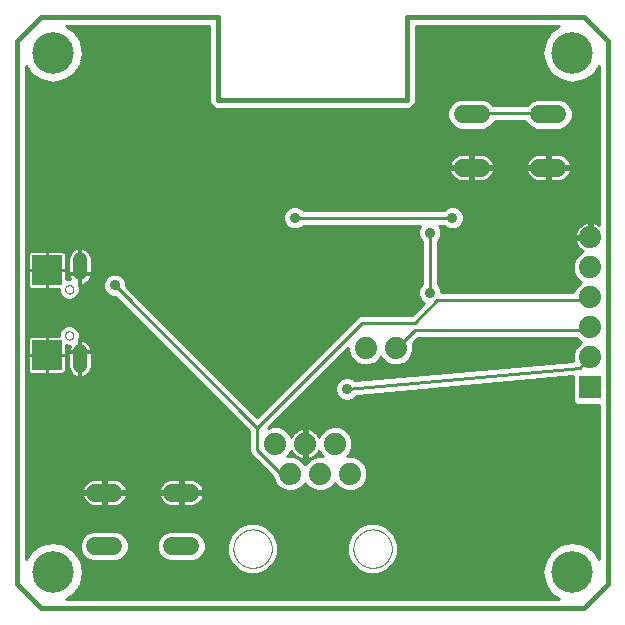
<source format=gbl>
G75*
%MOIN*%
%OFA0B0*%
%FSLAX25Y25*%
%IPPOS*%
%LPD*%
%AMOC8*
5,1,8,0,0,1.08239X$1,22.5*
%
%ADD10C,0.01600*%
%ADD11C,0.07400*%
%ADD12C,0.00000*%
%ADD13C,0.06000*%
%ADD14C,0.13843*%
%ADD15C,0.04756*%
%ADD16R,0.09843X0.09843*%
%ADD17R,0.07400X0.07400*%
%ADD18C,0.01000*%
%ADD19R,0.03562X0.03562*%
%ADD20C,0.03600*%
D10*
X0011093Y0013715D02*
X0192195Y0013715D01*
X0200069Y0021589D01*
X0200069Y0202691D01*
X0192195Y0210565D01*
X0133140Y0210565D01*
X0133140Y0183006D01*
X0070148Y0183006D01*
X0070148Y0210565D01*
X0011093Y0210565D01*
X0003219Y0202691D01*
X0003219Y0021589D01*
X0011093Y0013715D01*
D11*
X0089144Y0068400D03*
X0099144Y0068400D03*
X0109144Y0068400D03*
X0114144Y0058400D03*
X0104144Y0058400D03*
X0094144Y0058400D03*
X0119360Y0100329D03*
X0129360Y0100329D03*
X0194163Y0097140D03*
X0194163Y0107140D03*
X0194163Y0117140D03*
X0194163Y0127140D03*
X0194163Y0137140D03*
D12*
X0115244Y0033400D02*
X0115246Y0033560D01*
X0115252Y0033719D01*
X0115262Y0033878D01*
X0115276Y0034037D01*
X0115294Y0034196D01*
X0115315Y0034354D01*
X0115341Y0034511D01*
X0115371Y0034668D01*
X0115404Y0034824D01*
X0115442Y0034979D01*
X0115483Y0035133D01*
X0115528Y0035286D01*
X0115577Y0035438D01*
X0115630Y0035589D01*
X0115686Y0035738D01*
X0115747Y0035886D01*
X0115810Y0036032D01*
X0115878Y0036177D01*
X0115949Y0036320D01*
X0116023Y0036461D01*
X0116101Y0036600D01*
X0116183Y0036737D01*
X0116268Y0036872D01*
X0116356Y0037005D01*
X0116448Y0037136D01*
X0116542Y0037264D01*
X0116640Y0037390D01*
X0116741Y0037514D01*
X0116845Y0037635D01*
X0116952Y0037753D01*
X0117062Y0037869D01*
X0117175Y0037982D01*
X0117291Y0038092D01*
X0117409Y0038199D01*
X0117530Y0038303D01*
X0117654Y0038404D01*
X0117780Y0038502D01*
X0117908Y0038596D01*
X0118039Y0038688D01*
X0118172Y0038776D01*
X0118307Y0038861D01*
X0118444Y0038943D01*
X0118583Y0039021D01*
X0118724Y0039095D01*
X0118867Y0039166D01*
X0119012Y0039234D01*
X0119158Y0039297D01*
X0119306Y0039358D01*
X0119455Y0039414D01*
X0119606Y0039467D01*
X0119758Y0039516D01*
X0119911Y0039561D01*
X0120065Y0039602D01*
X0120220Y0039640D01*
X0120376Y0039673D01*
X0120533Y0039703D01*
X0120690Y0039729D01*
X0120848Y0039750D01*
X0121007Y0039768D01*
X0121166Y0039782D01*
X0121325Y0039792D01*
X0121484Y0039798D01*
X0121644Y0039800D01*
X0121804Y0039798D01*
X0121963Y0039792D01*
X0122122Y0039782D01*
X0122281Y0039768D01*
X0122440Y0039750D01*
X0122598Y0039729D01*
X0122755Y0039703D01*
X0122912Y0039673D01*
X0123068Y0039640D01*
X0123223Y0039602D01*
X0123377Y0039561D01*
X0123530Y0039516D01*
X0123682Y0039467D01*
X0123833Y0039414D01*
X0123982Y0039358D01*
X0124130Y0039297D01*
X0124276Y0039234D01*
X0124421Y0039166D01*
X0124564Y0039095D01*
X0124705Y0039021D01*
X0124844Y0038943D01*
X0124981Y0038861D01*
X0125116Y0038776D01*
X0125249Y0038688D01*
X0125380Y0038596D01*
X0125508Y0038502D01*
X0125634Y0038404D01*
X0125758Y0038303D01*
X0125879Y0038199D01*
X0125997Y0038092D01*
X0126113Y0037982D01*
X0126226Y0037869D01*
X0126336Y0037753D01*
X0126443Y0037635D01*
X0126547Y0037514D01*
X0126648Y0037390D01*
X0126746Y0037264D01*
X0126840Y0037136D01*
X0126932Y0037005D01*
X0127020Y0036872D01*
X0127105Y0036737D01*
X0127187Y0036600D01*
X0127265Y0036461D01*
X0127339Y0036320D01*
X0127410Y0036177D01*
X0127478Y0036032D01*
X0127541Y0035886D01*
X0127602Y0035738D01*
X0127658Y0035589D01*
X0127711Y0035438D01*
X0127760Y0035286D01*
X0127805Y0035133D01*
X0127846Y0034979D01*
X0127884Y0034824D01*
X0127917Y0034668D01*
X0127947Y0034511D01*
X0127973Y0034354D01*
X0127994Y0034196D01*
X0128012Y0034037D01*
X0128026Y0033878D01*
X0128036Y0033719D01*
X0128042Y0033560D01*
X0128044Y0033400D01*
X0128042Y0033240D01*
X0128036Y0033081D01*
X0128026Y0032922D01*
X0128012Y0032763D01*
X0127994Y0032604D01*
X0127973Y0032446D01*
X0127947Y0032289D01*
X0127917Y0032132D01*
X0127884Y0031976D01*
X0127846Y0031821D01*
X0127805Y0031667D01*
X0127760Y0031514D01*
X0127711Y0031362D01*
X0127658Y0031211D01*
X0127602Y0031062D01*
X0127541Y0030914D01*
X0127478Y0030768D01*
X0127410Y0030623D01*
X0127339Y0030480D01*
X0127265Y0030339D01*
X0127187Y0030200D01*
X0127105Y0030063D01*
X0127020Y0029928D01*
X0126932Y0029795D01*
X0126840Y0029664D01*
X0126746Y0029536D01*
X0126648Y0029410D01*
X0126547Y0029286D01*
X0126443Y0029165D01*
X0126336Y0029047D01*
X0126226Y0028931D01*
X0126113Y0028818D01*
X0125997Y0028708D01*
X0125879Y0028601D01*
X0125758Y0028497D01*
X0125634Y0028396D01*
X0125508Y0028298D01*
X0125380Y0028204D01*
X0125249Y0028112D01*
X0125116Y0028024D01*
X0124981Y0027939D01*
X0124844Y0027857D01*
X0124705Y0027779D01*
X0124564Y0027705D01*
X0124421Y0027634D01*
X0124276Y0027566D01*
X0124130Y0027503D01*
X0123982Y0027442D01*
X0123833Y0027386D01*
X0123682Y0027333D01*
X0123530Y0027284D01*
X0123377Y0027239D01*
X0123223Y0027198D01*
X0123068Y0027160D01*
X0122912Y0027127D01*
X0122755Y0027097D01*
X0122598Y0027071D01*
X0122440Y0027050D01*
X0122281Y0027032D01*
X0122122Y0027018D01*
X0121963Y0027008D01*
X0121804Y0027002D01*
X0121644Y0027000D01*
X0121484Y0027002D01*
X0121325Y0027008D01*
X0121166Y0027018D01*
X0121007Y0027032D01*
X0120848Y0027050D01*
X0120690Y0027071D01*
X0120533Y0027097D01*
X0120376Y0027127D01*
X0120220Y0027160D01*
X0120065Y0027198D01*
X0119911Y0027239D01*
X0119758Y0027284D01*
X0119606Y0027333D01*
X0119455Y0027386D01*
X0119306Y0027442D01*
X0119158Y0027503D01*
X0119012Y0027566D01*
X0118867Y0027634D01*
X0118724Y0027705D01*
X0118583Y0027779D01*
X0118444Y0027857D01*
X0118307Y0027939D01*
X0118172Y0028024D01*
X0118039Y0028112D01*
X0117908Y0028204D01*
X0117780Y0028298D01*
X0117654Y0028396D01*
X0117530Y0028497D01*
X0117409Y0028601D01*
X0117291Y0028708D01*
X0117175Y0028818D01*
X0117062Y0028931D01*
X0116952Y0029047D01*
X0116845Y0029165D01*
X0116741Y0029286D01*
X0116640Y0029410D01*
X0116542Y0029536D01*
X0116448Y0029664D01*
X0116356Y0029795D01*
X0116268Y0029928D01*
X0116183Y0030063D01*
X0116101Y0030200D01*
X0116023Y0030339D01*
X0115949Y0030480D01*
X0115878Y0030623D01*
X0115810Y0030768D01*
X0115747Y0030914D01*
X0115686Y0031062D01*
X0115630Y0031211D01*
X0115577Y0031362D01*
X0115528Y0031514D01*
X0115483Y0031667D01*
X0115442Y0031821D01*
X0115404Y0031976D01*
X0115371Y0032132D01*
X0115341Y0032289D01*
X0115315Y0032446D01*
X0115294Y0032604D01*
X0115276Y0032763D01*
X0115262Y0032922D01*
X0115252Y0033081D01*
X0115246Y0033240D01*
X0115244Y0033400D01*
X0075244Y0033400D02*
X0075246Y0033560D01*
X0075252Y0033719D01*
X0075262Y0033878D01*
X0075276Y0034037D01*
X0075294Y0034196D01*
X0075315Y0034354D01*
X0075341Y0034511D01*
X0075371Y0034668D01*
X0075404Y0034824D01*
X0075442Y0034979D01*
X0075483Y0035133D01*
X0075528Y0035286D01*
X0075577Y0035438D01*
X0075630Y0035589D01*
X0075686Y0035738D01*
X0075747Y0035886D01*
X0075810Y0036032D01*
X0075878Y0036177D01*
X0075949Y0036320D01*
X0076023Y0036461D01*
X0076101Y0036600D01*
X0076183Y0036737D01*
X0076268Y0036872D01*
X0076356Y0037005D01*
X0076448Y0037136D01*
X0076542Y0037264D01*
X0076640Y0037390D01*
X0076741Y0037514D01*
X0076845Y0037635D01*
X0076952Y0037753D01*
X0077062Y0037869D01*
X0077175Y0037982D01*
X0077291Y0038092D01*
X0077409Y0038199D01*
X0077530Y0038303D01*
X0077654Y0038404D01*
X0077780Y0038502D01*
X0077908Y0038596D01*
X0078039Y0038688D01*
X0078172Y0038776D01*
X0078307Y0038861D01*
X0078444Y0038943D01*
X0078583Y0039021D01*
X0078724Y0039095D01*
X0078867Y0039166D01*
X0079012Y0039234D01*
X0079158Y0039297D01*
X0079306Y0039358D01*
X0079455Y0039414D01*
X0079606Y0039467D01*
X0079758Y0039516D01*
X0079911Y0039561D01*
X0080065Y0039602D01*
X0080220Y0039640D01*
X0080376Y0039673D01*
X0080533Y0039703D01*
X0080690Y0039729D01*
X0080848Y0039750D01*
X0081007Y0039768D01*
X0081166Y0039782D01*
X0081325Y0039792D01*
X0081484Y0039798D01*
X0081644Y0039800D01*
X0081804Y0039798D01*
X0081963Y0039792D01*
X0082122Y0039782D01*
X0082281Y0039768D01*
X0082440Y0039750D01*
X0082598Y0039729D01*
X0082755Y0039703D01*
X0082912Y0039673D01*
X0083068Y0039640D01*
X0083223Y0039602D01*
X0083377Y0039561D01*
X0083530Y0039516D01*
X0083682Y0039467D01*
X0083833Y0039414D01*
X0083982Y0039358D01*
X0084130Y0039297D01*
X0084276Y0039234D01*
X0084421Y0039166D01*
X0084564Y0039095D01*
X0084705Y0039021D01*
X0084844Y0038943D01*
X0084981Y0038861D01*
X0085116Y0038776D01*
X0085249Y0038688D01*
X0085380Y0038596D01*
X0085508Y0038502D01*
X0085634Y0038404D01*
X0085758Y0038303D01*
X0085879Y0038199D01*
X0085997Y0038092D01*
X0086113Y0037982D01*
X0086226Y0037869D01*
X0086336Y0037753D01*
X0086443Y0037635D01*
X0086547Y0037514D01*
X0086648Y0037390D01*
X0086746Y0037264D01*
X0086840Y0037136D01*
X0086932Y0037005D01*
X0087020Y0036872D01*
X0087105Y0036737D01*
X0087187Y0036600D01*
X0087265Y0036461D01*
X0087339Y0036320D01*
X0087410Y0036177D01*
X0087478Y0036032D01*
X0087541Y0035886D01*
X0087602Y0035738D01*
X0087658Y0035589D01*
X0087711Y0035438D01*
X0087760Y0035286D01*
X0087805Y0035133D01*
X0087846Y0034979D01*
X0087884Y0034824D01*
X0087917Y0034668D01*
X0087947Y0034511D01*
X0087973Y0034354D01*
X0087994Y0034196D01*
X0088012Y0034037D01*
X0088026Y0033878D01*
X0088036Y0033719D01*
X0088042Y0033560D01*
X0088044Y0033400D01*
X0088042Y0033240D01*
X0088036Y0033081D01*
X0088026Y0032922D01*
X0088012Y0032763D01*
X0087994Y0032604D01*
X0087973Y0032446D01*
X0087947Y0032289D01*
X0087917Y0032132D01*
X0087884Y0031976D01*
X0087846Y0031821D01*
X0087805Y0031667D01*
X0087760Y0031514D01*
X0087711Y0031362D01*
X0087658Y0031211D01*
X0087602Y0031062D01*
X0087541Y0030914D01*
X0087478Y0030768D01*
X0087410Y0030623D01*
X0087339Y0030480D01*
X0087265Y0030339D01*
X0087187Y0030200D01*
X0087105Y0030063D01*
X0087020Y0029928D01*
X0086932Y0029795D01*
X0086840Y0029664D01*
X0086746Y0029536D01*
X0086648Y0029410D01*
X0086547Y0029286D01*
X0086443Y0029165D01*
X0086336Y0029047D01*
X0086226Y0028931D01*
X0086113Y0028818D01*
X0085997Y0028708D01*
X0085879Y0028601D01*
X0085758Y0028497D01*
X0085634Y0028396D01*
X0085508Y0028298D01*
X0085380Y0028204D01*
X0085249Y0028112D01*
X0085116Y0028024D01*
X0084981Y0027939D01*
X0084844Y0027857D01*
X0084705Y0027779D01*
X0084564Y0027705D01*
X0084421Y0027634D01*
X0084276Y0027566D01*
X0084130Y0027503D01*
X0083982Y0027442D01*
X0083833Y0027386D01*
X0083682Y0027333D01*
X0083530Y0027284D01*
X0083377Y0027239D01*
X0083223Y0027198D01*
X0083068Y0027160D01*
X0082912Y0027127D01*
X0082755Y0027097D01*
X0082598Y0027071D01*
X0082440Y0027050D01*
X0082281Y0027032D01*
X0082122Y0027018D01*
X0081963Y0027008D01*
X0081804Y0027002D01*
X0081644Y0027000D01*
X0081484Y0027002D01*
X0081325Y0027008D01*
X0081166Y0027018D01*
X0081007Y0027032D01*
X0080848Y0027050D01*
X0080690Y0027071D01*
X0080533Y0027097D01*
X0080376Y0027127D01*
X0080220Y0027160D01*
X0080065Y0027198D01*
X0079911Y0027239D01*
X0079758Y0027284D01*
X0079606Y0027333D01*
X0079455Y0027386D01*
X0079306Y0027442D01*
X0079158Y0027503D01*
X0079012Y0027566D01*
X0078867Y0027634D01*
X0078724Y0027705D01*
X0078583Y0027779D01*
X0078444Y0027857D01*
X0078307Y0027939D01*
X0078172Y0028024D01*
X0078039Y0028112D01*
X0077908Y0028204D01*
X0077780Y0028298D01*
X0077654Y0028396D01*
X0077530Y0028497D01*
X0077409Y0028601D01*
X0077291Y0028708D01*
X0077175Y0028818D01*
X0077062Y0028931D01*
X0076952Y0029047D01*
X0076845Y0029165D01*
X0076741Y0029286D01*
X0076640Y0029410D01*
X0076542Y0029536D01*
X0076448Y0029664D01*
X0076356Y0029795D01*
X0076268Y0029928D01*
X0076183Y0030063D01*
X0076101Y0030200D01*
X0076023Y0030339D01*
X0075949Y0030480D01*
X0075878Y0030623D01*
X0075810Y0030768D01*
X0075747Y0030914D01*
X0075686Y0031062D01*
X0075630Y0031211D01*
X0075577Y0031362D01*
X0075528Y0031514D01*
X0075483Y0031667D01*
X0075442Y0031821D01*
X0075404Y0031976D01*
X0075371Y0032132D01*
X0075341Y0032289D01*
X0075315Y0032446D01*
X0075294Y0032604D01*
X0075276Y0032763D01*
X0075262Y0032922D01*
X0075252Y0033081D01*
X0075246Y0033240D01*
X0075244Y0033400D01*
X0014242Y0096786D02*
X0011880Y0096786D01*
X0011814Y0096794D01*
X0011750Y0096806D01*
X0011686Y0096822D01*
X0011623Y0096841D01*
X0011562Y0096865D01*
X0011502Y0096892D01*
X0011444Y0096922D01*
X0011388Y0096956D01*
X0011334Y0096993D01*
X0011282Y0097034D01*
X0011233Y0097078D01*
X0011186Y0097124D01*
X0011143Y0097173D01*
X0011102Y0097225D01*
X0011065Y0097279D01*
X0011031Y0097335D01*
X0011001Y0097393D01*
X0010974Y0097453D01*
X0010950Y0097514D01*
X0010931Y0097577D01*
X0010915Y0097641D01*
X0010903Y0097705D01*
X0010895Y0097771D01*
X0010891Y0097836D01*
X0010891Y0097902D01*
X0010895Y0097967D01*
X0010891Y0098032D01*
X0010891Y0098098D01*
X0010895Y0098163D01*
X0010903Y0098229D01*
X0010915Y0098293D01*
X0010931Y0098357D01*
X0010950Y0098420D01*
X0010974Y0098481D01*
X0011001Y0098541D01*
X0011031Y0098599D01*
X0011065Y0098655D01*
X0011102Y0098709D01*
X0011143Y0098761D01*
X0011186Y0098810D01*
X0011233Y0098856D01*
X0011282Y0098900D01*
X0011334Y0098941D01*
X0011388Y0098978D01*
X0011444Y0099012D01*
X0011502Y0099042D01*
X0011562Y0099069D01*
X0011623Y0099093D01*
X0011686Y0099112D01*
X0011750Y0099128D01*
X0011814Y0099140D01*
X0011880Y0099148D01*
X0014242Y0099148D01*
X0014305Y0099140D01*
X0014367Y0099129D01*
X0014429Y0099114D01*
X0014489Y0099096D01*
X0014549Y0099074D01*
X0014607Y0099049D01*
X0014663Y0099020D01*
X0014718Y0098988D01*
X0014770Y0098953D01*
X0014821Y0098915D01*
X0014869Y0098875D01*
X0014915Y0098831D01*
X0014958Y0098785D01*
X0014999Y0098736D01*
X0015037Y0098685D01*
X0015071Y0098633D01*
X0015103Y0098578D01*
X0015131Y0098521D01*
X0015156Y0098463D01*
X0015177Y0098403D01*
X0015195Y0098343D01*
X0015209Y0098281D01*
X0015220Y0098219D01*
X0015227Y0098156D01*
X0015231Y0098093D01*
X0015230Y0098030D01*
X0015227Y0097967D01*
X0015230Y0097904D01*
X0015231Y0097841D01*
X0015227Y0097778D01*
X0015220Y0097715D01*
X0015209Y0097653D01*
X0015195Y0097591D01*
X0015177Y0097531D01*
X0015156Y0097471D01*
X0015131Y0097413D01*
X0015103Y0097356D01*
X0015071Y0097301D01*
X0015037Y0097249D01*
X0014999Y0097198D01*
X0014958Y0097149D01*
X0014915Y0097103D01*
X0014869Y0097059D01*
X0014821Y0097019D01*
X0014770Y0096981D01*
X0014718Y0096946D01*
X0014663Y0096914D01*
X0014607Y0096885D01*
X0014549Y0096860D01*
X0014489Y0096838D01*
X0014429Y0096820D01*
X0014367Y0096805D01*
X0014305Y0096794D01*
X0014242Y0096786D01*
X0019163Y0104463D02*
X0019165Y0104537D01*
X0019171Y0104611D01*
X0019181Y0104684D01*
X0019195Y0104757D01*
X0019212Y0104829D01*
X0019234Y0104899D01*
X0019259Y0104969D01*
X0019288Y0105037D01*
X0019321Y0105103D01*
X0019357Y0105168D01*
X0019397Y0105230D01*
X0019439Y0105291D01*
X0019485Y0105349D01*
X0019534Y0105404D01*
X0019586Y0105457D01*
X0019641Y0105507D01*
X0019698Y0105553D01*
X0019758Y0105597D01*
X0019820Y0105637D01*
X0019884Y0105674D01*
X0019950Y0105708D01*
X0020018Y0105738D01*
X0020087Y0105764D01*
X0020158Y0105787D01*
X0020229Y0105805D01*
X0020302Y0105820D01*
X0020375Y0105831D01*
X0020449Y0105838D01*
X0020523Y0105841D01*
X0020596Y0105840D01*
X0020670Y0105835D01*
X0020744Y0105826D01*
X0020817Y0105813D01*
X0020889Y0105796D01*
X0020960Y0105776D01*
X0021030Y0105751D01*
X0021098Y0105723D01*
X0021165Y0105692D01*
X0021230Y0105656D01*
X0021293Y0105618D01*
X0021354Y0105576D01*
X0021413Y0105530D01*
X0021469Y0105482D01*
X0021522Y0105431D01*
X0021572Y0105377D01*
X0021620Y0105320D01*
X0021664Y0105261D01*
X0021706Y0105199D01*
X0021744Y0105136D01*
X0021778Y0105070D01*
X0021809Y0105003D01*
X0021836Y0104934D01*
X0021859Y0104864D01*
X0021879Y0104793D01*
X0021895Y0104720D01*
X0021907Y0104647D01*
X0021915Y0104574D01*
X0021919Y0104500D01*
X0021919Y0104426D01*
X0021915Y0104352D01*
X0021907Y0104279D01*
X0021895Y0104206D01*
X0021879Y0104133D01*
X0021859Y0104062D01*
X0021836Y0103992D01*
X0021809Y0103923D01*
X0021778Y0103856D01*
X0021744Y0103790D01*
X0021706Y0103727D01*
X0021664Y0103665D01*
X0021620Y0103606D01*
X0021572Y0103549D01*
X0021522Y0103495D01*
X0021469Y0103444D01*
X0021413Y0103396D01*
X0021354Y0103350D01*
X0021293Y0103308D01*
X0021230Y0103270D01*
X0021165Y0103234D01*
X0021098Y0103203D01*
X0021030Y0103175D01*
X0020960Y0103150D01*
X0020889Y0103130D01*
X0020817Y0103113D01*
X0020744Y0103100D01*
X0020670Y0103091D01*
X0020596Y0103086D01*
X0020523Y0103085D01*
X0020449Y0103088D01*
X0020375Y0103095D01*
X0020302Y0103106D01*
X0020229Y0103121D01*
X0020158Y0103139D01*
X0020087Y0103162D01*
X0020018Y0103188D01*
X0019950Y0103218D01*
X0019884Y0103252D01*
X0019820Y0103289D01*
X0019758Y0103329D01*
X0019698Y0103373D01*
X0019641Y0103419D01*
X0019586Y0103469D01*
X0019534Y0103522D01*
X0019485Y0103577D01*
X0019439Y0103635D01*
X0019397Y0103696D01*
X0019357Y0103758D01*
X0019321Y0103823D01*
X0019288Y0103889D01*
X0019259Y0103957D01*
X0019234Y0104027D01*
X0019212Y0104097D01*
X0019195Y0104169D01*
X0019181Y0104242D01*
X0019171Y0104315D01*
X0019165Y0104389D01*
X0019163Y0104463D01*
X0019163Y0119817D02*
X0019165Y0119891D01*
X0019171Y0119965D01*
X0019181Y0120038D01*
X0019195Y0120111D01*
X0019212Y0120183D01*
X0019234Y0120253D01*
X0019259Y0120323D01*
X0019288Y0120391D01*
X0019321Y0120457D01*
X0019357Y0120522D01*
X0019397Y0120584D01*
X0019439Y0120645D01*
X0019485Y0120703D01*
X0019534Y0120758D01*
X0019586Y0120811D01*
X0019641Y0120861D01*
X0019698Y0120907D01*
X0019758Y0120951D01*
X0019820Y0120991D01*
X0019884Y0121028D01*
X0019950Y0121062D01*
X0020018Y0121092D01*
X0020087Y0121118D01*
X0020158Y0121141D01*
X0020229Y0121159D01*
X0020302Y0121174D01*
X0020375Y0121185D01*
X0020449Y0121192D01*
X0020523Y0121195D01*
X0020596Y0121194D01*
X0020670Y0121189D01*
X0020744Y0121180D01*
X0020817Y0121167D01*
X0020889Y0121150D01*
X0020960Y0121130D01*
X0021030Y0121105D01*
X0021098Y0121077D01*
X0021165Y0121046D01*
X0021230Y0121010D01*
X0021293Y0120972D01*
X0021354Y0120930D01*
X0021413Y0120884D01*
X0021469Y0120836D01*
X0021522Y0120785D01*
X0021572Y0120731D01*
X0021620Y0120674D01*
X0021664Y0120615D01*
X0021706Y0120553D01*
X0021744Y0120490D01*
X0021778Y0120424D01*
X0021809Y0120357D01*
X0021836Y0120288D01*
X0021859Y0120218D01*
X0021879Y0120147D01*
X0021895Y0120074D01*
X0021907Y0120001D01*
X0021915Y0119928D01*
X0021919Y0119854D01*
X0021919Y0119780D01*
X0021915Y0119706D01*
X0021907Y0119633D01*
X0021895Y0119560D01*
X0021879Y0119487D01*
X0021859Y0119416D01*
X0021836Y0119346D01*
X0021809Y0119277D01*
X0021778Y0119210D01*
X0021744Y0119144D01*
X0021706Y0119081D01*
X0021664Y0119019D01*
X0021620Y0118960D01*
X0021572Y0118903D01*
X0021522Y0118849D01*
X0021469Y0118798D01*
X0021413Y0118750D01*
X0021354Y0118704D01*
X0021293Y0118662D01*
X0021230Y0118624D01*
X0021165Y0118588D01*
X0021098Y0118557D01*
X0021030Y0118529D01*
X0020960Y0118504D01*
X0020889Y0118484D01*
X0020817Y0118467D01*
X0020744Y0118454D01*
X0020670Y0118445D01*
X0020596Y0118440D01*
X0020523Y0118439D01*
X0020449Y0118442D01*
X0020375Y0118449D01*
X0020302Y0118460D01*
X0020229Y0118475D01*
X0020158Y0118493D01*
X0020087Y0118516D01*
X0020018Y0118542D01*
X0019950Y0118572D01*
X0019884Y0118606D01*
X0019820Y0118643D01*
X0019758Y0118683D01*
X0019698Y0118727D01*
X0019641Y0118773D01*
X0019586Y0118823D01*
X0019534Y0118876D01*
X0019485Y0118931D01*
X0019439Y0118989D01*
X0019397Y0119050D01*
X0019357Y0119112D01*
X0019321Y0119177D01*
X0019288Y0119243D01*
X0019259Y0119311D01*
X0019234Y0119381D01*
X0019212Y0119451D01*
X0019195Y0119523D01*
X0019181Y0119596D01*
X0019171Y0119669D01*
X0019165Y0119743D01*
X0019163Y0119817D01*
X0014242Y0125132D02*
X0011880Y0125132D01*
X0011814Y0125140D01*
X0011750Y0125152D01*
X0011686Y0125168D01*
X0011623Y0125187D01*
X0011562Y0125211D01*
X0011502Y0125238D01*
X0011444Y0125268D01*
X0011388Y0125302D01*
X0011334Y0125339D01*
X0011282Y0125380D01*
X0011233Y0125424D01*
X0011186Y0125470D01*
X0011143Y0125519D01*
X0011102Y0125571D01*
X0011065Y0125625D01*
X0011031Y0125681D01*
X0011001Y0125739D01*
X0010974Y0125799D01*
X0010950Y0125860D01*
X0010931Y0125923D01*
X0010915Y0125987D01*
X0010903Y0126051D01*
X0010895Y0126117D01*
X0010891Y0126182D01*
X0010891Y0126248D01*
X0010895Y0126313D01*
X0010895Y0126314D02*
X0010891Y0126379D01*
X0010891Y0126445D01*
X0010895Y0126510D01*
X0010903Y0126576D01*
X0010915Y0126640D01*
X0010931Y0126704D01*
X0010950Y0126767D01*
X0010974Y0126828D01*
X0011001Y0126888D01*
X0011031Y0126946D01*
X0011065Y0127002D01*
X0011102Y0127056D01*
X0011143Y0127108D01*
X0011186Y0127157D01*
X0011233Y0127203D01*
X0011282Y0127247D01*
X0011334Y0127288D01*
X0011388Y0127325D01*
X0011444Y0127359D01*
X0011502Y0127389D01*
X0011562Y0127416D01*
X0011623Y0127440D01*
X0011686Y0127459D01*
X0011750Y0127475D01*
X0011814Y0127487D01*
X0011880Y0127495D01*
X0011880Y0127494D02*
X0014242Y0127494D01*
X0014242Y0127495D02*
X0014305Y0127487D01*
X0014367Y0127476D01*
X0014429Y0127461D01*
X0014489Y0127443D01*
X0014549Y0127421D01*
X0014607Y0127396D01*
X0014663Y0127367D01*
X0014718Y0127335D01*
X0014770Y0127300D01*
X0014821Y0127262D01*
X0014869Y0127222D01*
X0014915Y0127178D01*
X0014958Y0127132D01*
X0014999Y0127083D01*
X0015037Y0127032D01*
X0015071Y0126980D01*
X0015103Y0126925D01*
X0015131Y0126868D01*
X0015156Y0126810D01*
X0015177Y0126750D01*
X0015195Y0126690D01*
X0015209Y0126628D01*
X0015220Y0126566D01*
X0015227Y0126503D01*
X0015231Y0126440D01*
X0015230Y0126377D01*
X0015227Y0126314D01*
X0015227Y0126313D02*
X0015230Y0126250D01*
X0015231Y0126187D01*
X0015227Y0126124D01*
X0015220Y0126061D01*
X0015209Y0125999D01*
X0015195Y0125937D01*
X0015177Y0125877D01*
X0015156Y0125817D01*
X0015131Y0125759D01*
X0015103Y0125702D01*
X0015071Y0125647D01*
X0015037Y0125595D01*
X0014999Y0125544D01*
X0014958Y0125495D01*
X0014915Y0125449D01*
X0014869Y0125405D01*
X0014821Y0125365D01*
X0014770Y0125327D01*
X0014718Y0125292D01*
X0014663Y0125260D01*
X0014607Y0125231D01*
X0014549Y0125206D01*
X0014489Y0125184D01*
X0014429Y0125166D01*
X0014367Y0125151D01*
X0014305Y0125140D01*
X0014242Y0125132D01*
D13*
X0029269Y0052064D02*
X0035269Y0052064D01*
X0035269Y0034264D02*
X0029269Y0034264D01*
X0054869Y0034264D02*
X0060869Y0034264D01*
X0060869Y0052064D02*
X0054869Y0052064D01*
X0151670Y0160406D02*
X0157670Y0160406D01*
X0157670Y0178206D02*
X0151670Y0178206D01*
X0177270Y0178206D02*
X0183270Y0178206D01*
X0183270Y0160406D02*
X0177270Y0160406D01*
D14*
X0188258Y0198754D03*
X0188258Y0025526D03*
X0015030Y0025526D03*
X0015030Y0198754D03*
D15*
X0024085Y0129888D02*
X0024085Y0125132D01*
X0024085Y0099148D02*
X0024085Y0094392D01*
D16*
X0013061Y0097967D03*
X0013061Y0126313D03*
D17*
X0194163Y0087140D03*
D18*
X0188363Y0087605D02*
X0152391Y0087605D01*
X0149882Y0092597D02*
X0105778Y0092597D01*
X0104779Y0091599D02*
X0138946Y0091599D01*
X0133825Y0096591D02*
X0188363Y0096591D01*
X0188363Y0096111D02*
X0115762Y0089482D01*
X0115310Y0089935D01*
X0113876Y0090528D01*
X0112325Y0090528D01*
X0110891Y0089935D01*
X0109794Y0088838D01*
X0109200Y0087404D01*
X0109200Y0085853D01*
X0109794Y0084419D01*
X0110891Y0083322D01*
X0112325Y0082728D01*
X0113876Y0082728D01*
X0115310Y0083322D01*
X0116297Y0084309D01*
X0188363Y0090889D01*
X0188363Y0082570D01*
X0189594Y0081340D01*
X0197169Y0081340D01*
X0197169Y0029909D01*
X0195355Y0032623D01*
X0192099Y0034799D01*
X0188258Y0035563D01*
X0184417Y0034799D01*
X0181161Y0032623D01*
X0178985Y0029367D01*
X0178221Y0025526D01*
X0178985Y0021685D01*
X0181161Y0018429D01*
X0183875Y0016615D01*
X0019412Y0016615D01*
X0022127Y0018429D01*
X0024302Y0021685D01*
X0025067Y0025526D01*
X0024302Y0029367D01*
X0022127Y0032623D01*
X0018871Y0034799D01*
X0015030Y0035563D01*
X0011189Y0034799D01*
X0007932Y0032623D01*
X0006118Y0029909D01*
X0006118Y0194372D01*
X0007932Y0191657D01*
X0011189Y0189481D01*
X0015030Y0188717D01*
X0018871Y0189481D01*
X0022127Y0191657D01*
X0024302Y0194913D01*
X0025067Y0198754D01*
X0024302Y0202595D01*
X0022127Y0205852D01*
X0019412Y0207665D01*
X0067248Y0207665D01*
X0067248Y0182429D01*
X0067689Y0181364D01*
X0068505Y0180548D01*
X0069571Y0180106D01*
X0133717Y0180106D01*
X0134782Y0180548D01*
X0135598Y0181364D01*
X0136040Y0182429D01*
X0136040Y0207665D01*
X0183875Y0207665D01*
X0181161Y0205852D01*
X0178985Y0202595D01*
X0178221Y0198754D01*
X0178985Y0194913D01*
X0181161Y0191657D01*
X0184417Y0189481D01*
X0188258Y0188717D01*
X0192099Y0189481D01*
X0195355Y0191657D01*
X0197169Y0194372D01*
X0197169Y0141384D01*
X0196889Y0141588D01*
X0196159Y0141959D01*
X0195381Y0142212D01*
X0194663Y0142326D01*
X0194663Y0137640D01*
X0193663Y0137640D01*
X0193663Y0136640D01*
X0188978Y0136640D01*
X0189091Y0135922D01*
X0189344Y0135144D01*
X0189716Y0134415D01*
X0190197Y0133753D01*
X0190776Y0133174D01*
X0191438Y0132693D01*
X0191875Y0132470D01*
X0190878Y0132057D01*
X0189246Y0130426D01*
X0188363Y0128294D01*
X0188363Y0125986D01*
X0189246Y0123855D01*
X0190878Y0122223D01*
X0191078Y0122140D01*
X0190878Y0122057D01*
X0189246Y0120426D01*
X0188579Y0118815D01*
X0144618Y0118815D01*
X0144618Y0119491D01*
X0144025Y0120924D01*
X0143318Y0121630D01*
X0143318Y0135800D01*
X0144025Y0136506D01*
X0144618Y0137939D01*
X0144618Y0139491D01*
X0144025Y0140924D01*
X0143834Y0141115D01*
X0145303Y0141115D01*
X0146009Y0140409D01*
X0147443Y0139815D01*
X0148994Y0139815D01*
X0150428Y0140409D01*
X0151525Y0141506D01*
X0152118Y0142939D01*
X0152118Y0144491D01*
X0151525Y0145924D01*
X0150428Y0147021D01*
X0148994Y0147615D01*
X0147443Y0147615D01*
X0146009Y0147021D01*
X0145303Y0146315D01*
X0098634Y0146315D01*
X0097928Y0147021D01*
X0096494Y0147615D01*
X0094943Y0147615D01*
X0093509Y0147021D01*
X0092412Y0145924D01*
X0091819Y0144491D01*
X0091819Y0142939D01*
X0092412Y0141506D01*
X0093509Y0140409D01*
X0094943Y0139815D01*
X0096494Y0139815D01*
X0097928Y0140409D01*
X0098634Y0141115D01*
X0137603Y0141115D01*
X0137412Y0140924D01*
X0136819Y0139491D01*
X0136819Y0137939D01*
X0137412Y0136506D01*
X0138119Y0135800D01*
X0138119Y0121630D01*
X0137412Y0120924D01*
X0136819Y0119491D01*
X0136819Y0117939D01*
X0137412Y0116506D01*
X0138509Y0115409D01*
X0138669Y0115343D01*
X0134642Y0111315D01*
X0117701Y0111315D01*
X0116746Y0110919D01*
X0083219Y0077392D01*
X0039618Y0120992D01*
X0039618Y0121991D01*
X0039025Y0123424D01*
X0037928Y0124521D01*
X0036494Y0125115D01*
X0034943Y0125115D01*
X0033509Y0124521D01*
X0032412Y0123424D01*
X0031819Y0121991D01*
X0031819Y0120439D01*
X0032412Y0119006D01*
X0033509Y0117909D01*
X0034943Y0117315D01*
X0035942Y0117315D01*
X0080619Y0072638D01*
X0080619Y0065698D01*
X0081014Y0064742D01*
X0088344Y0057413D01*
X0088344Y0057246D01*
X0089227Y0055115D01*
X0090858Y0053483D01*
X0092990Y0052600D01*
X0095297Y0052600D01*
X0097429Y0053483D01*
X0099061Y0055115D01*
X0099144Y0055315D01*
X0099227Y0055115D01*
X0100858Y0053483D01*
X0102990Y0052600D01*
X0105297Y0052600D01*
X0107429Y0053483D01*
X0109061Y0055115D01*
X0109144Y0055315D01*
X0109227Y0055115D01*
X0110858Y0053483D01*
X0112990Y0052600D01*
X0115297Y0052600D01*
X0117429Y0053483D01*
X0119061Y0055115D01*
X0119944Y0057246D01*
X0119944Y0059554D01*
X0119061Y0061685D01*
X0117429Y0063317D01*
X0115297Y0064200D01*
X0113146Y0064200D01*
X0114061Y0065115D01*
X0114944Y0067246D01*
X0114944Y0069554D01*
X0114061Y0071685D01*
X0112429Y0073317D01*
X0110297Y0074200D01*
X0107990Y0074200D01*
X0105858Y0073317D01*
X0104227Y0071685D01*
X0103814Y0070688D01*
X0103591Y0071125D01*
X0103110Y0071788D01*
X0102531Y0072366D01*
X0101869Y0072847D01*
X0101140Y0073219D01*
X0100361Y0073472D01*
X0099644Y0073586D01*
X0099644Y0068900D01*
X0098644Y0068900D01*
X0098644Y0073586D01*
X0097926Y0073472D01*
X0097148Y0073219D01*
X0096418Y0072847D01*
X0095756Y0072366D01*
X0095177Y0071788D01*
X0094696Y0071125D01*
X0094474Y0070688D01*
X0094061Y0071685D01*
X0092429Y0073317D01*
X0090297Y0074200D01*
X0087990Y0074200D01*
X0086949Y0073769D01*
X0113560Y0100380D01*
X0113560Y0099175D01*
X0114443Y0097044D01*
X0116075Y0095412D01*
X0118207Y0094529D01*
X0120514Y0094529D01*
X0122646Y0095412D01*
X0124277Y0097044D01*
X0124360Y0097244D01*
X0124443Y0097044D01*
X0126075Y0095412D01*
X0128207Y0094529D01*
X0130514Y0094529D01*
X0132646Y0095412D01*
X0134277Y0097044D01*
X0135160Y0099175D01*
X0135160Y0101483D01*
X0135015Y0101834D01*
X0136795Y0103615D01*
X0189486Y0103615D01*
X0190878Y0102223D01*
X0191078Y0102140D01*
X0190878Y0102057D01*
X0189246Y0100426D01*
X0188363Y0098294D01*
X0188363Y0096111D01*
X0188363Y0097590D02*
X0134503Y0097590D01*
X0134917Y0098588D02*
X0188485Y0098588D01*
X0188899Y0099587D02*
X0135160Y0099587D01*
X0135160Y0100585D02*
X0189406Y0100585D01*
X0190405Y0101584D02*
X0135118Y0101584D01*
X0135763Y0102582D02*
X0190519Y0102582D01*
X0189520Y0103581D02*
X0136761Y0103581D01*
X0135719Y0106215D02*
X0130719Y0101215D01*
X0129360Y0100329D01*
X0124896Y0096591D02*
X0123825Y0096591D01*
X0122826Y0095593D02*
X0125894Y0095593D01*
X0128049Y0094594D02*
X0120671Y0094594D01*
X0118049Y0094594D02*
X0107775Y0094594D01*
X0106776Y0093596D02*
X0160819Y0093596D01*
X0163327Y0088603D02*
X0188363Y0088603D01*
X0188363Y0089602D02*
X0174264Y0089602D01*
X0171755Y0094594D02*
X0130671Y0094594D01*
X0132826Y0095593D02*
X0182691Y0095593D01*
X0185200Y0090600D02*
X0188363Y0090600D01*
X0190719Y0093715D02*
X0193219Y0096215D01*
X0194163Y0097140D01*
X0190719Y0093715D02*
X0113100Y0086628D01*
X0110603Y0083611D02*
X0096791Y0083611D01*
X0097790Y0084609D02*
X0109715Y0084609D01*
X0109302Y0085608D02*
X0098788Y0085608D01*
X0099787Y0086606D02*
X0109200Y0086606D01*
X0109284Y0087605D02*
X0100785Y0087605D01*
X0101784Y0088603D02*
X0109697Y0088603D01*
X0110558Y0089602D02*
X0102782Y0089602D01*
X0103781Y0090600D02*
X0128009Y0090600D01*
X0130518Y0085608D02*
X0188363Y0085608D01*
X0188363Y0086606D02*
X0141454Y0086606D01*
X0135719Y0106215D02*
X0193219Y0106215D01*
X0194163Y0107140D01*
X0193219Y0116215D02*
X0194163Y0117140D01*
X0193219Y0116215D02*
X0143219Y0116215D01*
X0135719Y0108715D01*
X0118219Y0108715D01*
X0083219Y0073715D01*
X0035719Y0121215D01*
X0037859Y0124550D02*
X0138119Y0124550D01*
X0138119Y0125548D02*
X0027963Y0125548D01*
X0027963Y0125321D02*
X0027963Y0130270D01*
X0027814Y0131019D01*
X0027521Y0131725D01*
X0027097Y0132360D01*
X0026557Y0132900D01*
X0025922Y0133325D01*
X0025216Y0133617D01*
X0024467Y0133766D01*
X0024274Y0133766D01*
X0024274Y0125321D01*
X0027963Y0125321D01*
X0027963Y0124943D02*
X0024274Y0124943D01*
X0024274Y0125321D01*
X0023896Y0125321D01*
X0023896Y0124943D01*
X0024274Y0124943D01*
X0024274Y0121254D01*
X0024467Y0121254D01*
X0025216Y0121403D01*
X0025922Y0121696D01*
X0026557Y0122120D01*
X0027097Y0122660D01*
X0027521Y0123295D01*
X0027814Y0124001D01*
X0027963Y0124750D01*
X0027963Y0124943D01*
X0027923Y0124550D02*
X0033578Y0124550D01*
X0032539Y0123551D02*
X0027627Y0123551D01*
X0026989Y0122553D02*
X0032051Y0122553D01*
X0031819Y0121554D02*
X0025580Y0121554D01*
X0024274Y0121554D02*
X0023896Y0121554D01*
X0023896Y0121254D02*
X0023896Y0124943D01*
X0020207Y0124943D01*
X0020207Y0124750D01*
X0020356Y0124001D01*
X0020648Y0123295D01*
X0019850Y0123295D01*
X0019482Y0123143D01*
X0019482Y0126223D01*
X0017343Y0126223D01*
X0017335Y0126313D01*
X0017343Y0126404D01*
X0019482Y0126404D01*
X0019482Y0131432D01*
X0019380Y0131814D01*
X0019183Y0132156D01*
X0018903Y0132435D01*
X0018561Y0132632D01*
X0018180Y0132735D01*
X0013152Y0132735D01*
X0013152Y0129594D01*
X0012970Y0129594D01*
X0012970Y0132735D01*
X0007942Y0132735D01*
X0007561Y0132632D01*
X0007219Y0132435D01*
X0006939Y0132156D01*
X0006742Y0131814D01*
X0006640Y0131432D01*
X0006640Y0126404D01*
X0008779Y0126404D01*
X0008787Y0126313D01*
X0008779Y0126223D01*
X0006640Y0126223D01*
X0006640Y0121195D01*
X0006742Y0120813D01*
X0006939Y0120471D01*
X0007219Y0120192D01*
X0007561Y0119994D01*
X0007942Y0119892D01*
X0012970Y0119892D01*
X0012970Y0123032D01*
X0013152Y0123032D01*
X0013152Y0119892D01*
X0017063Y0119892D01*
X0017063Y0119126D01*
X0017593Y0117847D01*
X0018571Y0116869D01*
X0019850Y0116339D01*
X0021233Y0116339D01*
X0022511Y0116869D01*
X0023490Y0117847D01*
X0024019Y0119126D01*
X0024019Y0120509D01*
X0023711Y0121254D01*
X0023896Y0121254D01*
X0024000Y0120556D02*
X0031819Y0120556D01*
X0032184Y0119557D02*
X0024019Y0119557D01*
X0023784Y0118559D02*
X0032859Y0118559D01*
X0034351Y0117560D02*
X0023203Y0117560D01*
X0021770Y0116562D02*
X0036695Y0116562D01*
X0037693Y0115563D02*
X0006118Y0115563D01*
X0006118Y0114565D02*
X0038692Y0114565D01*
X0039690Y0113566D02*
X0006118Y0113566D01*
X0006118Y0112568D02*
X0040689Y0112568D01*
X0041687Y0111569D02*
X0006118Y0111569D01*
X0006118Y0110571D02*
X0042686Y0110571D01*
X0043684Y0109572D02*
X0006118Y0109572D01*
X0006118Y0108574D02*
X0044683Y0108574D01*
X0045681Y0107575D02*
X0022117Y0107575D01*
X0022511Y0107411D02*
X0021233Y0107941D01*
X0019850Y0107941D01*
X0018571Y0107411D01*
X0017593Y0106433D01*
X0017063Y0105155D01*
X0017063Y0104388D01*
X0013152Y0104388D01*
X0013152Y0101248D01*
X0012970Y0101248D01*
X0012970Y0104388D01*
X0007942Y0104388D01*
X0007561Y0104286D01*
X0007219Y0104088D01*
X0006939Y0103809D01*
X0006742Y0103467D01*
X0006640Y0103086D01*
X0006640Y0098057D01*
X0008779Y0098057D01*
X0008787Y0097967D01*
X0008779Y0097876D01*
X0006640Y0097876D01*
X0006640Y0092848D01*
X0006742Y0092467D01*
X0006939Y0092125D01*
X0007219Y0091845D01*
X0007561Y0091648D01*
X0007942Y0091546D01*
X0012970Y0091546D01*
X0012970Y0094686D01*
X0013152Y0094686D01*
X0013152Y0091546D01*
X0018180Y0091546D01*
X0018561Y0091648D01*
X0018903Y0091845D01*
X0019183Y0092125D01*
X0019380Y0092467D01*
X0019482Y0092848D01*
X0019482Y0097876D01*
X0017343Y0097876D01*
X0017335Y0097967D01*
X0017343Y0098057D01*
X0019482Y0098057D01*
X0019482Y0101137D01*
X0019850Y0100985D01*
X0020648Y0100985D01*
X0020356Y0100279D01*
X0020207Y0099530D01*
X0020207Y0099337D01*
X0023896Y0099337D01*
X0023896Y0103026D01*
X0023711Y0103026D01*
X0024019Y0103771D01*
X0024019Y0105155D01*
X0023490Y0106433D01*
X0022511Y0107411D01*
X0023346Y0106577D02*
X0046680Y0106577D01*
X0047679Y0105578D02*
X0023844Y0105578D01*
X0024019Y0104579D02*
X0048677Y0104579D01*
X0049676Y0103581D02*
X0023940Y0103581D01*
X0024274Y0103026D02*
X0024274Y0099337D01*
X0027963Y0099337D01*
X0027963Y0099530D01*
X0027814Y0100279D01*
X0027521Y0100985D01*
X0027097Y0101620D01*
X0026557Y0102160D01*
X0025922Y0102585D01*
X0025216Y0102877D01*
X0024467Y0103026D01*
X0024274Y0103026D01*
X0024274Y0102582D02*
X0023896Y0102582D01*
X0023896Y0101584D02*
X0024274Y0101584D01*
X0024274Y0100585D02*
X0023896Y0100585D01*
X0023896Y0099587D02*
X0024274Y0099587D01*
X0024274Y0099337D02*
X0023896Y0099337D01*
X0023896Y0098959D01*
X0024274Y0098959D01*
X0024274Y0099337D01*
X0024274Y0098959D02*
X0027963Y0098959D01*
X0027963Y0094010D01*
X0027814Y0093261D01*
X0027521Y0092555D01*
X0027097Y0091920D01*
X0026557Y0091380D01*
X0025922Y0090956D01*
X0025216Y0090663D01*
X0024467Y0090514D01*
X0024274Y0090514D01*
X0024274Y0098959D01*
X0024274Y0098588D02*
X0023896Y0098588D01*
X0023896Y0098959D02*
X0023896Y0090514D01*
X0023703Y0090514D01*
X0022953Y0090663D01*
X0022248Y0090956D01*
X0021613Y0091380D01*
X0021072Y0091920D01*
X0020648Y0092555D01*
X0020356Y0093261D01*
X0020207Y0094010D01*
X0020207Y0098959D01*
X0023896Y0098959D01*
X0023896Y0097590D02*
X0024274Y0097590D01*
X0024274Y0096591D02*
X0023896Y0096591D01*
X0023896Y0095593D02*
X0024274Y0095593D01*
X0024274Y0094594D02*
X0023896Y0094594D01*
X0023896Y0093596D02*
X0024274Y0093596D01*
X0024274Y0092597D02*
X0023896Y0092597D01*
X0023896Y0091599D02*
X0024274Y0091599D01*
X0024274Y0090600D02*
X0023896Y0090600D01*
X0023270Y0090600D02*
X0006118Y0090600D01*
X0006118Y0089602D02*
X0063655Y0089602D01*
X0064653Y0088603D02*
X0006118Y0088603D01*
X0006118Y0087605D02*
X0065652Y0087605D01*
X0066650Y0086606D02*
X0006118Y0086606D01*
X0006118Y0085608D02*
X0067649Y0085608D01*
X0068647Y0084609D02*
X0006118Y0084609D01*
X0006118Y0083611D02*
X0069646Y0083611D01*
X0070644Y0082612D02*
X0006118Y0082612D01*
X0006118Y0081614D02*
X0071643Y0081614D01*
X0072641Y0080615D02*
X0006118Y0080615D01*
X0006118Y0079617D02*
X0073640Y0079617D01*
X0074638Y0078618D02*
X0006118Y0078618D01*
X0006118Y0077620D02*
X0075637Y0077620D01*
X0076635Y0076621D02*
X0006118Y0076621D01*
X0006118Y0075623D02*
X0077634Y0075623D01*
X0078632Y0074624D02*
X0006118Y0074624D01*
X0006118Y0073626D02*
X0079631Y0073626D01*
X0080619Y0072627D02*
X0006118Y0072627D01*
X0006118Y0071629D02*
X0080619Y0071629D01*
X0080619Y0070630D02*
X0006118Y0070630D01*
X0006118Y0069632D02*
X0080619Y0069632D01*
X0080619Y0068633D02*
X0006118Y0068633D01*
X0006118Y0067635D02*
X0080619Y0067635D01*
X0080619Y0066636D02*
X0006118Y0066636D01*
X0006118Y0065638D02*
X0080643Y0065638D01*
X0081117Y0064639D02*
X0006118Y0064639D01*
X0006118Y0063641D02*
X0082116Y0063641D01*
X0083114Y0062642D02*
X0006118Y0062642D01*
X0006118Y0061644D02*
X0084113Y0061644D01*
X0085112Y0060645D02*
X0006118Y0060645D01*
X0006118Y0059646D02*
X0086110Y0059646D01*
X0087109Y0058648D02*
X0006118Y0058648D01*
X0006118Y0057649D02*
X0088107Y0057649D01*
X0088590Y0056651D02*
X0006118Y0056651D01*
X0006118Y0055652D02*
X0026552Y0055652D01*
X0026337Y0055496D02*
X0025836Y0054995D01*
X0025420Y0054422D01*
X0025099Y0053791D01*
X0024880Y0053118D01*
X0024792Y0052564D01*
X0031769Y0052564D01*
X0031769Y0056564D01*
X0028915Y0056564D01*
X0028215Y0056453D01*
X0027541Y0056234D01*
X0026910Y0055913D01*
X0026337Y0055496D01*
X0025588Y0054654D02*
X0006118Y0054654D01*
X0006118Y0053655D02*
X0025054Y0053655D01*
X0024807Y0052657D02*
X0006118Y0052657D01*
X0006118Y0051658D02*
X0031769Y0051658D01*
X0031769Y0051564D02*
X0024792Y0051564D01*
X0024880Y0051010D01*
X0025099Y0050336D01*
X0025420Y0049705D01*
X0025836Y0049132D01*
X0026337Y0048631D01*
X0026910Y0048215D01*
X0027541Y0047893D01*
X0028215Y0047675D01*
X0028915Y0047564D01*
X0031769Y0047564D01*
X0031769Y0051564D01*
X0031769Y0052564D01*
X0032769Y0052564D01*
X0032769Y0056564D01*
X0035623Y0056564D01*
X0036323Y0056453D01*
X0036996Y0056234D01*
X0037627Y0055913D01*
X0038200Y0055496D01*
X0038701Y0054995D01*
X0039118Y0054422D01*
X0039439Y0053791D01*
X0039658Y0053118D01*
X0039746Y0052564D01*
X0032769Y0052564D01*
X0032769Y0051564D01*
X0039746Y0051564D01*
X0039658Y0051010D01*
X0039439Y0050336D01*
X0039118Y0049705D01*
X0038701Y0049132D01*
X0038200Y0048631D01*
X0037627Y0048215D01*
X0036996Y0047893D01*
X0036323Y0047675D01*
X0035623Y0047564D01*
X0032769Y0047564D01*
X0032769Y0051564D01*
X0031769Y0051564D01*
X0031769Y0050660D02*
X0032769Y0050660D01*
X0032769Y0051658D02*
X0057369Y0051658D01*
X0057369Y0051564D02*
X0050392Y0051564D01*
X0050480Y0051010D01*
X0050699Y0050336D01*
X0051020Y0049705D01*
X0051436Y0049132D01*
X0051937Y0048631D01*
X0052510Y0048215D01*
X0053141Y0047893D01*
X0053815Y0047675D01*
X0054515Y0047564D01*
X0057369Y0047564D01*
X0057369Y0051564D01*
X0057369Y0052564D01*
X0057369Y0056564D01*
X0054515Y0056564D01*
X0053815Y0056453D01*
X0053141Y0056234D01*
X0052510Y0055913D01*
X0051937Y0055496D01*
X0051436Y0054995D01*
X0051020Y0054422D01*
X0050699Y0053791D01*
X0050480Y0053118D01*
X0050392Y0052564D01*
X0057369Y0052564D01*
X0058369Y0052564D01*
X0058369Y0056564D01*
X0061223Y0056564D01*
X0061923Y0056453D01*
X0062596Y0056234D01*
X0063227Y0055913D01*
X0063800Y0055496D01*
X0064301Y0054995D01*
X0064718Y0054422D01*
X0065039Y0053791D01*
X0065258Y0053118D01*
X0065346Y0052564D01*
X0058369Y0052564D01*
X0058369Y0051564D01*
X0065346Y0051564D01*
X0065258Y0051010D01*
X0065039Y0050336D01*
X0064718Y0049705D01*
X0064301Y0049132D01*
X0063800Y0048631D01*
X0063227Y0048215D01*
X0062596Y0047893D01*
X0061923Y0047675D01*
X0061223Y0047564D01*
X0058369Y0047564D01*
X0058369Y0051564D01*
X0057369Y0051564D01*
X0057369Y0050660D02*
X0058369Y0050660D01*
X0058369Y0051658D02*
X0197169Y0051658D01*
X0197169Y0050660D02*
X0065144Y0050660D01*
X0064686Y0049661D02*
X0197169Y0049661D01*
X0197169Y0048663D02*
X0063832Y0048663D01*
X0061858Y0047664D02*
X0197169Y0047664D01*
X0197169Y0046666D02*
X0006118Y0046666D01*
X0006118Y0047664D02*
X0028280Y0047664D01*
X0026306Y0048663D02*
X0006118Y0048663D01*
X0006118Y0049661D02*
X0025452Y0049661D01*
X0024993Y0050660D02*
X0006118Y0050660D01*
X0006118Y0045667D02*
X0197169Y0045667D01*
X0197169Y0044669D02*
X0006118Y0044669D01*
X0006118Y0043670D02*
X0197169Y0043670D01*
X0197169Y0042672D02*
X0006118Y0042672D01*
X0006118Y0041673D02*
X0079406Y0041673D01*
X0079953Y0041900D02*
X0076829Y0040606D01*
X0074438Y0038215D01*
X0073144Y0035091D01*
X0073144Y0031709D01*
X0074438Y0028585D01*
X0076829Y0026194D01*
X0079953Y0024900D01*
X0083334Y0024900D01*
X0086459Y0026194D01*
X0088850Y0028585D01*
X0090144Y0031709D01*
X0090144Y0035091D01*
X0088850Y0038215D01*
X0086459Y0040606D01*
X0083334Y0041900D01*
X0079953Y0041900D01*
X0076995Y0040675D02*
X0006118Y0040675D01*
X0006118Y0039676D02*
X0075899Y0039676D01*
X0074901Y0038678D02*
X0063540Y0038678D01*
X0063758Y0038587D02*
X0061883Y0039364D01*
X0053854Y0039364D01*
X0051980Y0038587D01*
X0050545Y0037153D01*
X0049769Y0035278D01*
X0049769Y0033249D01*
X0050545Y0031375D01*
X0051980Y0029940D01*
X0053854Y0029164D01*
X0061883Y0029164D01*
X0063758Y0029940D01*
X0065192Y0031375D01*
X0065969Y0033249D01*
X0065969Y0035278D01*
X0065192Y0037153D01*
X0063758Y0038587D01*
X0064666Y0037679D02*
X0074216Y0037679D01*
X0073802Y0036681D02*
X0065388Y0036681D01*
X0065802Y0035682D02*
X0073389Y0035682D01*
X0073144Y0034684D02*
X0065969Y0034684D01*
X0065969Y0033685D02*
X0073144Y0033685D01*
X0073144Y0032687D02*
X0065736Y0032687D01*
X0065322Y0031688D02*
X0073152Y0031688D01*
X0073566Y0030690D02*
X0064507Y0030690D01*
X0063157Y0029691D02*
X0073980Y0029691D01*
X0074393Y0028693D02*
X0024437Y0028693D01*
X0024635Y0027694D02*
X0075329Y0027694D01*
X0076327Y0026696D02*
X0024834Y0026696D01*
X0025032Y0025697D02*
X0078029Y0025697D01*
X0085259Y0025697D02*
X0118029Y0025697D01*
X0116829Y0026194D02*
X0119953Y0024900D01*
X0123334Y0024900D01*
X0126459Y0026194D01*
X0128850Y0028585D01*
X0130144Y0031709D01*
X0130144Y0035091D01*
X0128850Y0038215D01*
X0126459Y0040606D01*
X0123334Y0041900D01*
X0119953Y0041900D01*
X0116829Y0040606D01*
X0114438Y0038215D01*
X0113144Y0035091D01*
X0113144Y0031709D01*
X0114438Y0028585D01*
X0116829Y0026194D01*
X0116327Y0026696D02*
X0086960Y0026696D01*
X0087959Y0027694D02*
X0115329Y0027694D01*
X0114393Y0028693D02*
X0088894Y0028693D01*
X0089308Y0029691D02*
X0113980Y0029691D01*
X0113566Y0030690D02*
X0089721Y0030690D01*
X0090135Y0031688D02*
X0113152Y0031688D01*
X0113144Y0032687D02*
X0090144Y0032687D01*
X0090144Y0033685D02*
X0113144Y0033685D01*
X0113144Y0034684D02*
X0090144Y0034684D01*
X0089899Y0035682D02*
X0113389Y0035682D01*
X0113802Y0036681D02*
X0089485Y0036681D01*
X0089072Y0037679D02*
X0114216Y0037679D01*
X0114901Y0038678D02*
X0088387Y0038678D01*
X0087388Y0039676D02*
X0115899Y0039676D01*
X0116995Y0040675D02*
X0086292Y0040675D01*
X0083882Y0041673D02*
X0119406Y0041673D01*
X0123882Y0041673D02*
X0197169Y0041673D01*
X0197169Y0040675D02*
X0126292Y0040675D01*
X0127388Y0039676D02*
X0197169Y0039676D01*
X0197169Y0038678D02*
X0128387Y0038678D01*
X0129072Y0037679D02*
X0197169Y0037679D01*
X0197169Y0036681D02*
X0129485Y0036681D01*
X0129899Y0035682D02*
X0197169Y0035682D01*
X0197169Y0034684D02*
X0192271Y0034684D01*
X0193766Y0033685D02*
X0197169Y0033685D01*
X0197169Y0032687D02*
X0195260Y0032687D01*
X0195980Y0031688D02*
X0197169Y0031688D01*
X0197169Y0030690D02*
X0196647Y0030690D01*
X0184244Y0034684D02*
X0130144Y0034684D01*
X0130144Y0033685D02*
X0182750Y0033685D01*
X0181256Y0032687D02*
X0130144Y0032687D01*
X0130135Y0031688D02*
X0180536Y0031688D01*
X0179869Y0030690D02*
X0129721Y0030690D01*
X0129308Y0029691D02*
X0179202Y0029691D01*
X0178851Y0028693D02*
X0128894Y0028693D01*
X0127959Y0027694D02*
X0178652Y0027694D01*
X0178454Y0026696D02*
X0126960Y0026696D01*
X0125259Y0025697D02*
X0178255Y0025697D01*
X0178385Y0024699D02*
X0024902Y0024699D01*
X0024703Y0023700D02*
X0178584Y0023700D01*
X0178783Y0022702D02*
X0024505Y0022702D01*
X0024306Y0021703D02*
X0178981Y0021703D01*
X0179640Y0020705D02*
X0023647Y0020705D01*
X0022980Y0019706D02*
X0180307Y0019706D01*
X0180974Y0018708D02*
X0022313Y0018708D01*
X0021050Y0017709D02*
X0182238Y0017709D01*
X0183732Y0016710D02*
X0019555Y0016710D01*
X0024086Y0029691D02*
X0026981Y0029691D01*
X0026380Y0029940D02*
X0028254Y0029164D01*
X0036283Y0029164D01*
X0038158Y0029940D01*
X0039592Y0031375D01*
X0040369Y0033249D01*
X0040369Y0035278D01*
X0039592Y0037153D01*
X0038158Y0038587D01*
X0036283Y0039364D01*
X0028254Y0039364D01*
X0026380Y0038587D01*
X0024945Y0037153D01*
X0024169Y0035278D01*
X0024169Y0033249D01*
X0024945Y0031375D01*
X0026380Y0029940D01*
X0025631Y0030690D02*
X0023419Y0030690D01*
X0022752Y0031688D02*
X0024816Y0031688D01*
X0024402Y0032687D02*
X0022032Y0032687D01*
X0020537Y0033685D02*
X0024169Y0033685D01*
X0024169Y0034684D02*
X0019043Y0034684D01*
X0024336Y0035682D02*
X0006118Y0035682D01*
X0006118Y0034684D02*
X0011016Y0034684D01*
X0009522Y0033685D02*
X0006118Y0033685D01*
X0006118Y0032687D02*
X0008027Y0032687D01*
X0007308Y0031688D02*
X0006118Y0031688D01*
X0006118Y0030690D02*
X0006640Y0030690D01*
X0006118Y0036681D02*
X0024750Y0036681D01*
X0025472Y0037679D02*
X0006118Y0037679D01*
X0006118Y0038678D02*
X0026598Y0038678D01*
X0031769Y0047664D02*
X0032769Y0047664D01*
X0032769Y0048663D02*
X0031769Y0048663D01*
X0031769Y0049661D02*
X0032769Y0049661D01*
X0032769Y0052657D02*
X0031769Y0052657D01*
X0031769Y0053655D02*
X0032769Y0053655D01*
X0032769Y0054654D02*
X0031769Y0054654D01*
X0031769Y0055652D02*
X0032769Y0055652D01*
X0037985Y0055652D02*
X0052152Y0055652D01*
X0051188Y0054654D02*
X0038949Y0054654D01*
X0039483Y0053655D02*
X0050654Y0053655D01*
X0050407Y0052657D02*
X0039731Y0052657D01*
X0039544Y0050660D02*
X0050593Y0050660D01*
X0051052Y0049661D02*
X0039086Y0049661D01*
X0038232Y0048663D02*
X0051906Y0048663D01*
X0053880Y0047664D02*
X0036258Y0047664D01*
X0037940Y0038678D02*
X0052198Y0038678D01*
X0051072Y0037679D02*
X0039066Y0037679D01*
X0039788Y0036681D02*
X0050350Y0036681D01*
X0049936Y0035682D02*
X0040202Y0035682D01*
X0040369Y0034684D02*
X0049769Y0034684D01*
X0049769Y0033685D02*
X0040369Y0033685D01*
X0040136Y0032687D02*
X0050002Y0032687D01*
X0050416Y0031688D02*
X0039722Y0031688D01*
X0038907Y0030690D02*
X0051231Y0030690D01*
X0052581Y0029691D02*
X0037557Y0029691D01*
X0057369Y0047664D02*
X0058369Y0047664D01*
X0058369Y0048663D02*
X0057369Y0048663D01*
X0057369Y0049661D02*
X0058369Y0049661D01*
X0058369Y0052657D02*
X0057369Y0052657D01*
X0057369Y0053655D02*
X0058369Y0053655D01*
X0058369Y0054654D02*
X0057369Y0054654D01*
X0057369Y0055652D02*
X0058369Y0055652D01*
X0063585Y0055652D02*
X0089004Y0055652D01*
X0089687Y0054654D02*
X0064549Y0054654D01*
X0065083Y0053655D02*
X0090686Y0053655D01*
X0092853Y0052657D02*
X0065331Y0052657D01*
X0083219Y0066215D02*
X0093219Y0056215D01*
X0094144Y0058400D01*
X0098104Y0062642D02*
X0100183Y0062642D01*
X0100361Y0063328D02*
X0099644Y0063214D01*
X0099644Y0067900D01*
X0098644Y0067900D01*
X0098644Y0063214D01*
X0097926Y0063328D01*
X0097148Y0063581D01*
X0096418Y0063953D01*
X0095756Y0064434D01*
X0095177Y0065012D01*
X0094696Y0065675D01*
X0094474Y0066112D01*
X0094061Y0065115D01*
X0093146Y0064200D01*
X0095297Y0064200D01*
X0097429Y0063317D01*
X0099061Y0061685D01*
X0099144Y0061485D01*
X0099227Y0061685D01*
X0100858Y0063317D01*
X0102990Y0064200D01*
X0105141Y0064200D01*
X0104227Y0065115D01*
X0103814Y0066112D01*
X0103591Y0065675D01*
X0103110Y0065012D01*
X0102531Y0064434D01*
X0101869Y0063953D01*
X0101140Y0063581D01*
X0100361Y0063328D01*
X0099644Y0063641D02*
X0098644Y0063641D01*
X0098644Y0064639D02*
X0099644Y0064639D01*
X0099644Y0065638D02*
X0098644Y0065638D01*
X0098644Y0066636D02*
X0099644Y0066636D01*
X0099644Y0067635D02*
X0098644Y0067635D01*
X0098644Y0069632D02*
X0099644Y0069632D01*
X0099644Y0070630D02*
X0098644Y0070630D01*
X0098644Y0071629D02*
X0099644Y0071629D01*
X0099644Y0072627D02*
X0098644Y0072627D01*
X0102172Y0072627D02*
X0105168Y0072627D01*
X0104203Y0071629D02*
X0103226Y0071629D01*
X0106603Y0073626D02*
X0091684Y0073626D01*
X0093119Y0072627D02*
X0096115Y0072627D01*
X0095062Y0071629D02*
X0094084Y0071629D01*
X0088803Y0075623D02*
X0197169Y0075623D01*
X0197169Y0076621D02*
X0089802Y0076621D01*
X0090800Y0077620D02*
X0197169Y0077620D01*
X0197169Y0078618D02*
X0091799Y0078618D01*
X0092797Y0079617D02*
X0197169Y0079617D01*
X0197169Y0080615D02*
X0093796Y0080615D01*
X0094794Y0081614D02*
X0189320Y0081614D01*
X0188363Y0082612D02*
X0095793Y0082612D01*
X0092433Y0086606D02*
X0074004Y0086606D01*
X0075003Y0085608D02*
X0091434Y0085608D01*
X0090436Y0084609D02*
X0076001Y0084609D01*
X0077000Y0083611D02*
X0089437Y0083611D01*
X0088439Y0082612D02*
X0077998Y0082612D01*
X0078997Y0081614D02*
X0087440Y0081614D01*
X0086442Y0080615D02*
X0079995Y0080615D01*
X0080994Y0079617D02*
X0085443Y0079617D01*
X0084445Y0078618D02*
X0081992Y0078618D01*
X0082991Y0077620D02*
X0083446Y0077620D01*
X0083219Y0073715D02*
X0083219Y0066215D01*
X0087805Y0074624D02*
X0197169Y0074624D01*
X0197169Y0073626D02*
X0111684Y0073626D01*
X0113119Y0072627D02*
X0197169Y0072627D01*
X0197169Y0071629D02*
X0114084Y0071629D01*
X0114498Y0070630D02*
X0197169Y0070630D01*
X0197169Y0069632D02*
X0114911Y0069632D01*
X0114944Y0068633D02*
X0197169Y0068633D01*
X0197169Y0067635D02*
X0114944Y0067635D01*
X0114691Y0066636D02*
X0197169Y0066636D01*
X0197169Y0065638D02*
X0114277Y0065638D01*
X0113585Y0064639D02*
X0197169Y0064639D01*
X0197169Y0063641D02*
X0116648Y0063641D01*
X0118104Y0062642D02*
X0197169Y0062642D01*
X0197169Y0061644D02*
X0119078Y0061644D01*
X0119492Y0060645D02*
X0197169Y0060645D01*
X0197169Y0059646D02*
X0119905Y0059646D01*
X0119944Y0058648D02*
X0197169Y0058648D01*
X0197169Y0057649D02*
X0119944Y0057649D01*
X0119697Y0056651D02*
X0197169Y0056651D01*
X0197169Y0055652D02*
X0119283Y0055652D01*
X0118600Y0054654D02*
X0197169Y0054654D01*
X0197169Y0053655D02*
X0117602Y0053655D01*
X0115435Y0052657D02*
X0197169Y0052657D01*
X0188363Y0083611D02*
X0115598Y0083611D01*
X0119581Y0084609D02*
X0188363Y0084609D01*
X0188887Y0119557D02*
X0144591Y0119557D01*
X0144177Y0120556D02*
X0189376Y0120556D01*
X0190375Y0121554D02*
X0143395Y0121554D01*
X0143318Y0122553D02*
X0190548Y0122553D01*
X0189550Y0123551D02*
X0143318Y0123551D01*
X0143318Y0124550D02*
X0188959Y0124550D01*
X0188545Y0125548D02*
X0143318Y0125548D01*
X0143318Y0126547D02*
X0188363Y0126547D01*
X0188363Y0127545D02*
X0143318Y0127545D01*
X0143318Y0128544D02*
X0188467Y0128544D01*
X0188881Y0129542D02*
X0143318Y0129542D01*
X0143318Y0130541D02*
X0189362Y0130541D01*
X0190360Y0131539D02*
X0143318Y0131539D01*
X0143318Y0132538D02*
X0191742Y0132538D01*
X0190413Y0133536D02*
X0143318Y0133536D01*
X0143318Y0134535D02*
X0189655Y0134535D01*
X0189218Y0135533D02*
X0143318Y0135533D01*
X0144036Y0136532D02*
X0188995Y0136532D01*
X0188978Y0137640D02*
X0193663Y0137640D01*
X0193663Y0142326D01*
X0192946Y0142212D01*
X0192167Y0141959D01*
X0191438Y0141588D01*
X0190776Y0141106D01*
X0190197Y0140528D01*
X0189716Y0139866D01*
X0189344Y0139136D01*
X0189091Y0138358D01*
X0188978Y0137640D01*
X0189147Y0138529D02*
X0144618Y0138529D01*
X0144603Y0139527D02*
X0189544Y0139527D01*
X0190196Y0140526D02*
X0150545Y0140526D01*
X0151532Y0141524D02*
X0191351Y0141524D01*
X0193663Y0141524D02*
X0194663Y0141524D01*
X0194663Y0140526D02*
X0193663Y0140526D01*
X0193663Y0139527D02*
X0194663Y0139527D01*
X0194663Y0138529D02*
X0193663Y0138529D01*
X0193663Y0137530D02*
X0144449Y0137530D01*
X0144190Y0140526D02*
X0145892Y0140526D01*
X0148219Y0143715D02*
X0095719Y0143715D01*
X0093005Y0146517D02*
X0006118Y0146517D01*
X0006118Y0147515D02*
X0094703Y0147515D01*
X0096734Y0147515D02*
X0147203Y0147515D01*
X0145505Y0146517D02*
X0098432Y0146517D01*
X0098045Y0140526D02*
X0137247Y0140526D01*
X0136834Y0139527D02*
X0006118Y0139527D01*
X0006118Y0138529D02*
X0136819Y0138529D01*
X0136988Y0137530D02*
X0006118Y0137530D01*
X0006118Y0136532D02*
X0137401Y0136532D01*
X0138119Y0135533D02*
X0006118Y0135533D01*
X0006118Y0134535D02*
X0138119Y0134535D01*
X0138119Y0133536D02*
X0025411Y0133536D01*
X0024274Y0133536D02*
X0023896Y0133536D01*
X0023896Y0133766D02*
X0023703Y0133766D01*
X0022953Y0133617D01*
X0022248Y0133325D01*
X0021613Y0132900D01*
X0021072Y0132360D01*
X0020648Y0131725D01*
X0020356Y0131019D01*
X0020207Y0130270D01*
X0020207Y0125321D01*
X0023896Y0125321D01*
X0023896Y0133766D01*
X0022758Y0133536D02*
X0006118Y0133536D01*
X0006118Y0132538D02*
X0007397Y0132538D01*
X0006668Y0131539D02*
X0006118Y0131539D01*
X0006118Y0130541D02*
X0006640Y0130541D01*
X0006640Y0129542D02*
X0006118Y0129542D01*
X0006118Y0128544D02*
X0006640Y0128544D01*
X0006640Y0127545D02*
X0006118Y0127545D01*
X0006118Y0126547D02*
X0006640Y0126547D01*
X0006640Y0125548D02*
X0006118Y0125548D01*
X0006118Y0124550D02*
X0006640Y0124550D01*
X0006640Y0123551D02*
X0006118Y0123551D01*
X0006118Y0122553D02*
X0006640Y0122553D01*
X0006640Y0121554D02*
X0006118Y0121554D01*
X0006118Y0120556D02*
X0006891Y0120556D01*
X0006118Y0119557D02*
X0017063Y0119557D01*
X0017298Y0118559D02*
X0006118Y0118559D01*
X0006118Y0117560D02*
X0017880Y0117560D01*
X0019313Y0116562D02*
X0006118Y0116562D01*
X0012970Y0120556D02*
X0013152Y0120556D01*
X0013152Y0121554D02*
X0012970Y0121554D01*
X0012970Y0122553D02*
X0013152Y0122553D01*
X0019482Y0123551D02*
X0020542Y0123551D01*
X0020648Y0123295D02*
X0020648Y0123295D01*
X0020247Y0124550D02*
X0019482Y0124550D01*
X0019482Y0125548D02*
X0020207Y0125548D01*
X0020207Y0126547D02*
X0019482Y0126547D01*
X0019482Y0127545D02*
X0020207Y0127545D01*
X0020207Y0128544D02*
X0019482Y0128544D01*
X0019482Y0129542D02*
X0020207Y0129542D01*
X0020261Y0130541D02*
X0019482Y0130541D01*
X0019454Y0131539D02*
X0020571Y0131539D01*
X0021250Y0132538D02*
X0018725Y0132538D01*
X0023896Y0132538D02*
X0024274Y0132538D01*
X0024274Y0131539D02*
X0023896Y0131539D01*
X0023896Y0130541D02*
X0024274Y0130541D01*
X0024274Y0129542D02*
X0023896Y0129542D01*
X0023896Y0128544D02*
X0024274Y0128544D01*
X0024274Y0127545D02*
X0023896Y0127545D01*
X0023896Y0126547D02*
X0024274Y0126547D01*
X0024274Y0125548D02*
X0023896Y0125548D01*
X0023896Y0124550D02*
X0024274Y0124550D01*
X0024274Y0123551D02*
X0023896Y0123551D01*
X0023896Y0122553D02*
X0024274Y0122553D01*
X0027963Y0126547D02*
X0138119Y0126547D01*
X0138119Y0127545D02*
X0027963Y0127545D01*
X0027963Y0128544D02*
X0138119Y0128544D01*
X0138119Y0129542D02*
X0027963Y0129542D01*
X0027909Y0130541D02*
X0138119Y0130541D01*
X0138119Y0131539D02*
X0027598Y0131539D01*
X0026919Y0132538D02*
X0138119Y0132538D01*
X0140719Y0138715D02*
X0140719Y0118715D01*
X0137260Y0120556D02*
X0040055Y0120556D01*
X0039618Y0121554D02*
X0138042Y0121554D01*
X0138119Y0122553D02*
X0039386Y0122553D01*
X0038898Y0123551D02*
X0138119Y0123551D01*
X0136846Y0119557D02*
X0041053Y0119557D01*
X0042052Y0118559D02*
X0136819Y0118559D01*
X0136976Y0117560D02*
X0043050Y0117560D01*
X0044049Y0116562D02*
X0137389Y0116562D01*
X0138355Y0115563D02*
X0045047Y0115563D01*
X0046046Y0114565D02*
X0137891Y0114565D01*
X0136893Y0113566D02*
X0047044Y0113566D01*
X0048043Y0112568D02*
X0135894Y0112568D01*
X0134896Y0111569D02*
X0049041Y0111569D01*
X0050040Y0110571D02*
X0116397Y0110571D01*
X0115399Y0109572D02*
X0051038Y0109572D01*
X0052037Y0108574D02*
X0114400Y0108574D01*
X0113402Y0107575D02*
X0053035Y0107575D01*
X0054034Y0106577D02*
X0112403Y0106577D01*
X0111405Y0105578D02*
X0055032Y0105578D01*
X0056031Y0104579D02*
X0110406Y0104579D01*
X0109408Y0103581D02*
X0057029Y0103581D01*
X0058028Y0102582D02*
X0108409Y0102582D01*
X0107411Y0101584D02*
X0059026Y0101584D01*
X0060025Y0100585D02*
X0106412Y0100585D01*
X0105414Y0099587D02*
X0061023Y0099587D01*
X0062022Y0098588D02*
X0104415Y0098588D01*
X0103417Y0097590D02*
X0063020Y0097590D01*
X0064019Y0096591D02*
X0102418Y0096591D01*
X0101420Y0095593D02*
X0065018Y0095593D01*
X0066016Y0094594D02*
X0100421Y0094594D01*
X0099422Y0093596D02*
X0067015Y0093596D01*
X0068013Y0092597D02*
X0098424Y0092597D01*
X0097425Y0091599D02*
X0069012Y0091599D01*
X0070010Y0090600D02*
X0096427Y0090600D01*
X0095428Y0089602D02*
X0071009Y0089602D01*
X0072007Y0088603D02*
X0094430Y0088603D01*
X0093431Y0087605D02*
X0073006Y0087605D01*
X0062656Y0090600D02*
X0024900Y0090600D01*
X0026776Y0091599D02*
X0061658Y0091599D01*
X0060659Y0092597D02*
X0027539Y0092597D01*
X0027880Y0093596D02*
X0059661Y0093596D01*
X0058662Y0094594D02*
X0027963Y0094594D01*
X0027963Y0095593D02*
X0057664Y0095593D01*
X0056665Y0096591D02*
X0027963Y0096591D01*
X0027963Y0097590D02*
X0055667Y0097590D01*
X0054668Y0098588D02*
X0027963Y0098588D01*
X0027951Y0099587D02*
X0053670Y0099587D01*
X0052671Y0100585D02*
X0027687Y0100585D01*
X0027121Y0101584D02*
X0051673Y0101584D01*
X0050674Y0102582D02*
X0025925Y0102582D01*
X0020648Y0100985D02*
X0020648Y0100985D01*
X0020483Y0100585D02*
X0019482Y0100585D01*
X0019482Y0099587D02*
X0020218Y0099587D01*
X0020207Y0098588D02*
X0019482Y0098588D01*
X0019482Y0097590D02*
X0020207Y0097590D01*
X0020207Y0096591D02*
X0019482Y0096591D01*
X0019482Y0095593D02*
X0020207Y0095593D01*
X0020207Y0094594D02*
X0019482Y0094594D01*
X0019482Y0093596D02*
X0020289Y0093596D01*
X0020631Y0092597D02*
X0019415Y0092597D01*
X0018378Y0091599D02*
X0021394Y0091599D01*
X0013152Y0091599D02*
X0012970Y0091599D01*
X0012970Y0092597D02*
X0013152Y0092597D01*
X0013152Y0093596D02*
X0012970Y0093596D01*
X0012970Y0094594D02*
X0013152Y0094594D01*
X0007744Y0091599D02*
X0006118Y0091599D01*
X0006118Y0092597D02*
X0006707Y0092597D01*
X0006640Y0093596D02*
X0006118Y0093596D01*
X0006118Y0094594D02*
X0006640Y0094594D01*
X0006640Y0095593D02*
X0006118Y0095593D01*
X0006118Y0096591D02*
X0006640Y0096591D01*
X0006640Y0097590D02*
X0006118Y0097590D01*
X0006118Y0098588D02*
X0006640Y0098588D01*
X0006640Y0099587D02*
X0006118Y0099587D01*
X0006118Y0100585D02*
X0006640Y0100585D01*
X0006640Y0101584D02*
X0006118Y0101584D01*
X0006118Y0102582D02*
X0006640Y0102582D01*
X0006808Y0103581D02*
X0006118Y0103581D01*
X0006118Y0104579D02*
X0017063Y0104579D01*
X0017239Y0105578D02*
X0006118Y0105578D01*
X0006118Y0106577D02*
X0017736Y0106577D01*
X0018966Y0107575D02*
X0006118Y0107575D01*
X0012970Y0103581D02*
X0013152Y0103581D01*
X0013152Y0102582D02*
X0012970Y0102582D01*
X0012970Y0101584D02*
X0013152Y0101584D01*
X0012970Y0130541D02*
X0013152Y0130541D01*
X0013152Y0131539D02*
X0012970Y0131539D01*
X0012970Y0132538D02*
X0013152Y0132538D01*
X0006118Y0140526D02*
X0093392Y0140526D01*
X0092405Y0141524D02*
X0006118Y0141524D01*
X0006118Y0142523D02*
X0091991Y0142523D01*
X0091819Y0143521D02*
X0006118Y0143521D01*
X0006118Y0144520D02*
X0091831Y0144520D01*
X0092244Y0145518D02*
X0006118Y0145518D01*
X0006118Y0148514D02*
X0197169Y0148514D01*
X0197169Y0149513D02*
X0006118Y0149513D01*
X0006118Y0150511D02*
X0197169Y0150511D01*
X0197169Y0151510D02*
X0006118Y0151510D01*
X0006118Y0152508D02*
X0197169Y0152508D01*
X0197169Y0153507D02*
X0006118Y0153507D01*
X0006118Y0154505D02*
X0197169Y0154505D01*
X0197169Y0155504D02*
X0006118Y0155504D01*
X0006118Y0156502D02*
X0149419Y0156502D01*
X0149312Y0156557D02*
X0149943Y0156235D01*
X0150617Y0156016D01*
X0151316Y0155906D01*
X0154170Y0155906D01*
X0154170Y0159905D01*
X0155170Y0159905D01*
X0155170Y0155906D01*
X0158025Y0155906D01*
X0158724Y0156016D01*
X0159398Y0156235D01*
X0160029Y0156557D01*
X0160602Y0156973D01*
X0161103Y0157474D01*
X0161519Y0158047D01*
X0161841Y0158678D01*
X0162060Y0159352D01*
X0162147Y0159906D01*
X0155171Y0159906D01*
X0155171Y0160905D01*
X0162147Y0160905D01*
X0162060Y0161459D01*
X0161841Y0162133D01*
X0161519Y0162764D01*
X0161103Y0163337D01*
X0160602Y0163838D01*
X0160029Y0164254D01*
X0159398Y0164576D01*
X0158724Y0164795D01*
X0158025Y0164905D01*
X0155170Y0164905D01*
X0155170Y0160906D01*
X0154170Y0160906D01*
X0154170Y0164905D01*
X0151316Y0164905D01*
X0150617Y0164795D01*
X0149943Y0164576D01*
X0149312Y0164254D01*
X0148739Y0163838D01*
X0148238Y0163337D01*
X0147822Y0162764D01*
X0147500Y0162133D01*
X0147281Y0161459D01*
X0147194Y0160905D01*
X0154170Y0160905D01*
X0154170Y0159906D01*
X0147194Y0159906D01*
X0147281Y0159352D01*
X0147500Y0158678D01*
X0147822Y0158047D01*
X0148238Y0157474D01*
X0148739Y0156973D01*
X0149312Y0156557D01*
X0148219Y0157501D02*
X0006118Y0157501D01*
X0006118Y0158499D02*
X0147591Y0158499D01*
X0147258Y0159498D02*
X0006118Y0159498D01*
X0006118Y0160496D02*
X0154170Y0160496D01*
X0154170Y0159498D02*
X0155170Y0159498D01*
X0155171Y0160496D02*
X0179770Y0160496D01*
X0179770Y0160905D02*
X0179770Y0159906D01*
X0172794Y0159906D01*
X0172881Y0159352D01*
X0173100Y0158678D01*
X0173422Y0158047D01*
X0173838Y0157474D01*
X0174339Y0156973D01*
X0174912Y0156557D01*
X0175543Y0156235D01*
X0176217Y0156016D01*
X0176916Y0155906D01*
X0179770Y0155906D01*
X0179770Y0159905D01*
X0180770Y0159905D01*
X0180770Y0155906D01*
X0183625Y0155906D01*
X0184324Y0156016D01*
X0184998Y0156235D01*
X0185629Y0156557D01*
X0186202Y0156973D01*
X0186703Y0157474D01*
X0187119Y0158047D01*
X0187441Y0158678D01*
X0187660Y0159352D01*
X0187747Y0159906D01*
X0180771Y0159906D01*
X0180771Y0160905D01*
X0187747Y0160905D01*
X0187660Y0161459D01*
X0187441Y0162133D01*
X0187119Y0162764D01*
X0186703Y0163337D01*
X0186202Y0163838D01*
X0185629Y0164254D01*
X0184998Y0164576D01*
X0184324Y0164795D01*
X0183625Y0164905D01*
X0180770Y0164905D01*
X0180770Y0160906D01*
X0179770Y0160906D01*
X0179770Y0164905D01*
X0176916Y0164905D01*
X0176217Y0164795D01*
X0175543Y0164576D01*
X0174912Y0164254D01*
X0174339Y0163838D01*
X0173838Y0163337D01*
X0173422Y0162764D01*
X0173100Y0162133D01*
X0172881Y0161459D01*
X0172794Y0160905D01*
X0179770Y0160905D01*
X0179770Y0161495D02*
X0180770Y0161495D01*
X0180770Y0162493D02*
X0179770Y0162493D01*
X0179770Y0163492D02*
X0180770Y0163492D01*
X0180770Y0164490D02*
X0179770Y0164490D01*
X0180771Y0160496D02*
X0197169Y0160496D01*
X0197169Y0159498D02*
X0187683Y0159498D01*
X0187350Y0158499D02*
X0197169Y0158499D01*
X0197169Y0157501D02*
X0186722Y0157501D01*
X0185522Y0156502D02*
X0197169Y0156502D01*
X0197169Y0161495D02*
X0187648Y0161495D01*
X0187257Y0162493D02*
X0197169Y0162493D01*
X0197169Y0163492D02*
X0186548Y0163492D01*
X0185166Y0164490D02*
X0197169Y0164490D01*
X0197169Y0165489D02*
X0006118Y0165489D01*
X0006118Y0166487D02*
X0197169Y0166487D01*
X0197169Y0167486D02*
X0006118Y0167486D01*
X0006118Y0168484D02*
X0197169Y0168484D01*
X0197169Y0169483D02*
X0006118Y0169483D01*
X0006118Y0170481D02*
X0197169Y0170481D01*
X0197169Y0171480D02*
X0006118Y0171480D01*
X0006118Y0172478D02*
X0197169Y0172478D01*
X0197169Y0173477D02*
X0185181Y0173477D01*
X0184285Y0173106D02*
X0186159Y0173882D01*
X0187594Y0175317D01*
X0188370Y0177191D01*
X0188370Y0179220D01*
X0187594Y0181094D01*
X0186159Y0182529D01*
X0184285Y0183305D01*
X0176256Y0183305D01*
X0174382Y0182529D01*
X0173167Y0181315D01*
X0161774Y0181315D01*
X0160559Y0182529D01*
X0158685Y0183305D01*
X0150656Y0183305D01*
X0148782Y0182529D01*
X0147347Y0181094D01*
X0146570Y0179220D01*
X0146570Y0177191D01*
X0147347Y0175317D01*
X0148782Y0173882D01*
X0150656Y0173106D01*
X0158685Y0173106D01*
X0160559Y0173882D01*
X0161994Y0175317D01*
X0162325Y0176115D01*
X0172616Y0176115D01*
X0172947Y0175317D01*
X0174382Y0173882D01*
X0176256Y0173106D01*
X0184285Y0173106D01*
X0186753Y0174475D02*
X0197169Y0174475D01*
X0197169Y0175474D02*
X0187659Y0175474D01*
X0188073Y0176472D02*
X0197169Y0176472D01*
X0197169Y0177471D02*
X0188370Y0177471D01*
X0188370Y0178469D02*
X0197169Y0178469D01*
X0197169Y0179468D02*
X0188268Y0179468D01*
X0187854Y0180466D02*
X0197169Y0180466D01*
X0197169Y0181465D02*
X0187224Y0181465D01*
X0186225Y0182463D02*
X0197169Y0182463D01*
X0197169Y0183462D02*
X0136040Y0183462D01*
X0136040Y0184460D02*
X0197169Y0184460D01*
X0197169Y0185459D02*
X0136040Y0185459D01*
X0136040Y0186457D02*
X0197169Y0186457D01*
X0197169Y0187456D02*
X0136040Y0187456D01*
X0136040Y0188454D02*
X0197169Y0188454D01*
X0197169Y0189453D02*
X0191956Y0189453D01*
X0193551Y0190451D02*
X0197169Y0190451D01*
X0197169Y0191450D02*
X0195045Y0191450D01*
X0195884Y0192448D02*
X0197169Y0192448D01*
X0197169Y0193447D02*
X0196551Y0193447D01*
X0184560Y0189453D02*
X0136040Y0189453D01*
X0136040Y0190451D02*
X0182965Y0190451D01*
X0181471Y0191450D02*
X0136040Y0191450D01*
X0136040Y0192448D02*
X0180632Y0192448D01*
X0179965Y0193447D02*
X0136040Y0193447D01*
X0136040Y0194446D02*
X0179297Y0194446D01*
X0178879Y0195444D02*
X0136040Y0195444D01*
X0136040Y0196443D02*
X0178681Y0196443D01*
X0178482Y0197441D02*
X0136040Y0197441D01*
X0136040Y0198440D02*
X0178283Y0198440D01*
X0178357Y0199438D02*
X0136040Y0199438D01*
X0136040Y0200437D02*
X0178555Y0200437D01*
X0178754Y0201435D02*
X0136040Y0201435D01*
X0136040Y0202434D02*
X0178953Y0202434D01*
X0179544Y0203432D02*
X0136040Y0203432D01*
X0136040Y0204431D02*
X0180211Y0204431D01*
X0180878Y0205429D02*
X0136040Y0205429D01*
X0136040Y0206428D02*
X0182023Y0206428D01*
X0183517Y0207426D02*
X0136040Y0207426D01*
X0136040Y0182463D02*
X0148716Y0182463D01*
X0147717Y0181465D02*
X0135640Y0181465D01*
X0134586Y0180466D02*
X0147087Y0180466D01*
X0146673Y0179468D02*
X0006118Y0179468D01*
X0006118Y0180466D02*
X0068702Y0180466D01*
X0067647Y0181465D02*
X0006118Y0181465D01*
X0006118Y0182463D02*
X0067248Y0182463D01*
X0067248Y0183462D02*
X0006118Y0183462D01*
X0006118Y0184460D02*
X0067248Y0184460D01*
X0067248Y0185459D02*
X0006118Y0185459D01*
X0006118Y0186457D02*
X0067248Y0186457D01*
X0067248Y0187456D02*
X0006118Y0187456D01*
X0006118Y0188454D02*
X0067248Y0188454D01*
X0067248Y0189453D02*
X0018728Y0189453D01*
X0020322Y0190451D02*
X0067248Y0190451D01*
X0067248Y0191450D02*
X0021817Y0191450D01*
X0022656Y0192448D02*
X0067248Y0192448D01*
X0067248Y0193447D02*
X0023323Y0193447D01*
X0023990Y0194446D02*
X0067248Y0194446D01*
X0067248Y0195444D02*
X0024408Y0195444D01*
X0024607Y0196443D02*
X0067248Y0196443D01*
X0067248Y0197441D02*
X0024805Y0197441D01*
X0025004Y0198440D02*
X0067248Y0198440D01*
X0067248Y0199438D02*
X0024931Y0199438D01*
X0024732Y0200437D02*
X0067248Y0200437D01*
X0067248Y0201435D02*
X0024533Y0201435D01*
X0024335Y0202434D02*
X0067248Y0202434D01*
X0067248Y0203432D02*
X0023743Y0203432D01*
X0023076Y0204431D02*
X0067248Y0204431D01*
X0067248Y0205429D02*
X0022409Y0205429D01*
X0021265Y0206428D02*
X0067248Y0206428D01*
X0067248Y0207426D02*
X0019770Y0207426D01*
X0006736Y0193447D02*
X0006118Y0193447D01*
X0006118Y0192448D02*
X0007403Y0192448D01*
X0008242Y0191450D02*
X0006118Y0191450D01*
X0006118Y0190451D02*
X0009737Y0190451D01*
X0011331Y0189453D02*
X0006118Y0189453D01*
X0006118Y0178469D02*
X0146570Y0178469D01*
X0146570Y0177471D02*
X0006118Y0177471D01*
X0006118Y0176472D02*
X0146868Y0176472D01*
X0147282Y0175474D02*
X0006118Y0175474D01*
X0006118Y0174475D02*
X0148188Y0174475D01*
X0149760Y0173477D02*
X0006118Y0173477D01*
X0006118Y0164490D02*
X0149775Y0164490D01*
X0148393Y0163492D02*
X0006118Y0163492D01*
X0006118Y0162493D02*
X0147684Y0162493D01*
X0147293Y0161495D02*
X0006118Y0161495D01*
X0094277Y0065638D02*
X0094723Y0065638D01*
X0095551Y0064639D02*
X0093585Y0064639D01*
X0096648Y0063641D02*
X0097031Y0063641D01*
X0099078Y0061644D02*
X0099209Y0061644D01*
X0101257Y0063641D02*
X0101639Y0063641D01*
X0102737Y0064639D02*
X0104702Y0064639D01*
X0104010Y0065638D02*
X0103564Y0065638D01*
X0099687Y0054654D02*
X0098600Y0054654D01*
X0097602Y0053655D02*
X0100686Y0053655D01*
X0102853Y0052657D02*
X0095435Y0052657D01*
X0105435Y0052657D02*
X0112853Y0052657D01*
X0110686Y0053655D02*
X0107602Y0053655D01*
X0108600Y0054654D02*
X0109687Y0054654D01*
X0115642Y0089602D02*
X0117073Y0089602D01*
X0115894Y0095593D02*
X0108773Y0095593D01*
X0109772Y0096591D02*
X0114896Y0096591D01*
X0114217Y0097590D02*
X0110770Y0097590D01*
X0111769Y0098588D02*
X0113803Y0098588D01*
X0113560Y0099587D02*
X0112767Y0099587D01*
X0151946Y0142523D02*
X0197169Y0142523D01*
X0197169Y0143521D02*
X0152118Y0143521D01*
X0152106Y0144520D02*
X0197169Y0144520D01*
X0197169Y0145518D02*
X0151693Y0145518D01*
X0150932Y0146517D02*
X0197169Y0146517D01*
X0197169Y0147515D02*
X0149234Y0147515D01*
X0154170Y0156502D02*
X0155170Y0156502D01*
X0155170Y0157501D02*
X0154170Y0157501D01*
X0154170Y0158499D02*
X0155170Y0158499D01*
X0155170Y0161495D02*
X0154170Y0161495D01*
X0154170Y0162493D02*
X0155170Y0162493D01*
X0155170Y0163492D02*
X0154170Y0163492D01*
X0154170Y0164490D02*
X0155170Y0164490D01*
X0159566Y0164490D02*
X0175375Y0164490D01*
X0173993Y0163492D02*
X0160948Y0163492D01*
X0161657Y0162493D02*
X0173284Y0162493D01*
X0172893Y0161495D02*
X0162048Y0161495D01*
X0162083Y0159498D02*
X0172858Y0159498D01*
X0173191Y0158499D02*
X0161750Y0158499D01*
X0161122Y0157501D02*
X0173819Y0157501D01*
X0175019Y0156502D02*
X0159922Y0156502D01*
X0159581Y0173477D02*
X0175360Y0173477D01*
X0173788Y0174475D02*
X0161153Y0174475D01*
X0162059Y0175474D02*
X0172882Y0175474D01*
X0173317Y0181465D02*
X0161624Y0181465D01*
X0160625Y0182463D02*
X0174316Y0182463D01*
X0178219Y0178715D02*
X0180270Y0178206D01*
X0178219Y0178715D02*
X0155719Y0178715D01*
X0154670Y0178206D01*
X0179770Y0159498D02*
X0180770Y0159498D01*
X0180770Y0158499D02*
X0179770Y0158499D01*
X0179770Y0157501D02*
X0180770Y0157501D01*
X0180770Y0156502D02*
X0179770Y0156502D01*
X0196976Y0141524D02*
X0197169Y0141524D01*
D19*
X0054006Y0184975D03*
X0024872Y0184975D03*
D20*
X0035719Y0121215D03*
X0095719Y0143715D03*
X0140719Y0138715D03*
X0148219Y0143715D03*
X0140719Y0118715D03*
X0113100Y0086628D03*
M02*

</source>
